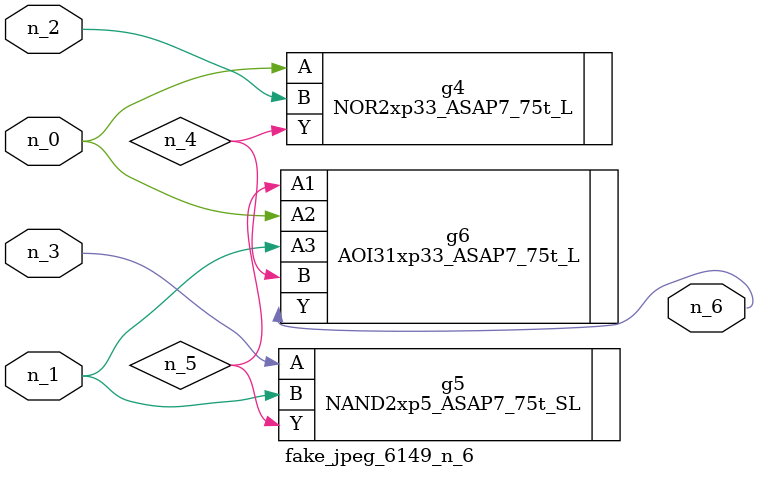
<source format=v>
module fake_jpeg_6149_n_6 (n_0, n_3, n_2, n_1, n_6);

input n_0;
input n_3;
input n_2;
input n_1;

output n_6;

wire n_4;
wire n_5;

NOR2xp33_ASAP7_75t_L g4 ( 
.A(n_0),
.B(n_2),
.Y(n_4)
);

NAND2xp5_ASAP7_75t_SL g5 ( 
.A(n_3),
.B(n_1),
.Y(n_5)
);

AOI31xp33_ASAP7_75t_L g6 ( 
.A1(n_5),
.A2(n_0),
.A3(n_1),
.B(n_4),
.Y(n_6)
);


endmodule
</source>
